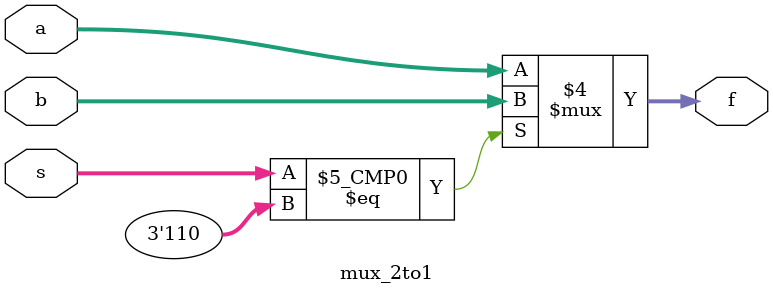
<source format=v>
module mux_2to1
    (
        input wire [15:0]a,b,
        input [2:0] s,
        output reg [15:0]f
    );
    
    always @ (*)
    begin
            case(s)
            
			3'b110: f = b; // sll
			3'b111: f = a; // srl
            
            default: f = a;
            endcase
     end
endmodule
</source>
